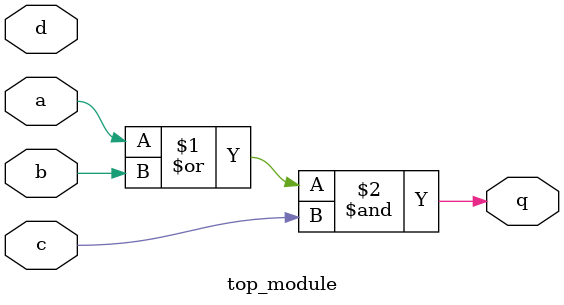
<source format=sv>
module top_module (
    input a, 
    input b, 
    input c, 
    input d,
    output q
);

assign q = (a | b) & c;

endmodule

</source>
